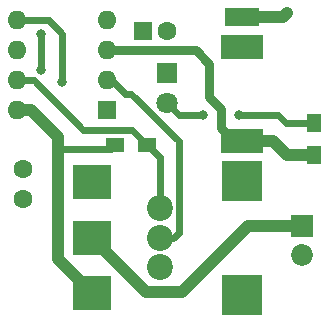
<source format=gbr>
%TF.GenerationSoftware,KiCad,Pcbnew,(5.1.9)-1*%
%TF.CreationDate,2021-03-03T01:22:35+00:00*%
%TF.ProjectId,555 Timer,35353520-5469-46d6-9572-2e6b69636164,rev?*%
%TF.SameCoordinates,Original*%
%TF.FileFunction,Copper,L1,Top*%
%TF.FilePolarity,Positive*%
%FSLAX46Y46*%
G04 Gerber Fmt 4.6, Leading zero omitted, Abs format (unit mm)*
G04 Created by KiCad (PCBNEW (5.1.9)-1) date 2021-03-03 01:22:35*
%MOMM*%
%LPD*%
G01*
G04 APERTURE LIST*
%TA.AperFunction,ComponentPad*%
%ADD10C,1.600000*%
%TD*%
%TA.AperFunction,ComponentPad*%
%ADD11R,1.600000X1.600000*%
%TD*%
%TA.AperFunction,ComponentPad*%
%ADD12C,1.850000*%
%TD*%
%TA.AperFunction,ComponentPad*%
%ADD13R,1.850000X1.850000*%
%TD*%
%TA.AperFunction,ComponentPad*%
%ADD14C,2.200000*%
%TD*%
%TA.AperFunction,ComponentPad*%
%ADD15R,3.500000X3.500000*%
%TD*%
%TA.AperFunction,ComponentPad*%
%ADD16O,1.600000X1.600000*%
%TD*%
%TA.AperFunction,SMDPad,CuDef*%
%ADD17R,1.300000X1.500000*%
%TD*%
%TA.AperFunction,SMDPad,CuDef*%
%ADD18R,1.500000X1.300000*%
%TD*%
%TA.AperFunction,ComponentPad*%
%ADD19R,3.300000X3.000000*%
%TD*%
%TA.AperFunction,SMDPad,CuDef*%
%ADD20R,3.000000X1.500000*%
%TD*%
%TA.AperFunction,ComponentPad*%
%ADD21R,3.600000X2.000000*%
%TD*%
%TA.AperFunction,ComponentPad*%
%ADD22R,1.800000X1.800000*%
%TD*%
%TA.AperFunction,ComponentPad*%
%ADD23C,1.800000*%
%TD*%
%TA.AperFunction,ViaPad*%
%ADD24C,0.800000*%
%TD*%
%TA.AperFunction,Conductor*%
%ADD25C,1.000000*%
%TD*%
%TA.AperFunction,Conductor*%
%ADD26C,0.600000*%
%TD*%
%TA.AperFunction,Conductor*%
%ADD27C,0.800000*%
%TD*%
G04 APERTURE END LIST*
D10*
%TO.P,C2,2*%
%TO.N,GND*%
X140938000Y-78994000D03*
D11*
%TO.P,C2,1*%
%TO.N,Net-(C2-Pad1)*%
X138938000Y-78994000D03*
%TD*%
D12*
%TO.P,J1,2*%
%TO.N,GND*%
X152400000Y-98004000D03*
D13*
%TO.P,J1,1*%
%TO.N,Net-(J1-Pad1)*%
X152400000Y-95504000D03*
%TD*%
D14*
%TO.P,RV1,3*%
%TO.N,Net-(RV1-Pad3)*%
X140320000Y-99020000D03*
%TO.P,RV1,2*%
%TO.N,Net-(C2-Pad1)*%
X140320000Y-96520000D03*
%TO.P,RV1,1*%
%TO.N,Net-(R1-Pad2)*%
X140320000Y-94020000D03*
D15*
%TO.P,RV1,0*%
%TO.N,N/C*%
X147320000Y-101320000D03*
X147320000Y-91720000D03*
%TD*%
D11*
%TO.P,U1,1*%
%TO.N,GND*%
X135890000Y-85725000D03*
D16*
%TO.P,U1,5*%
%TO.N,Net-(C1-Pad2)*%
X128270000Y-78105000D03*
%TO.P,U1,2*%
%TO.N,Net-(C2-Pad1)*%
X135890000Y-83185000D03*
%TO.P,U1,6*%
X128270000Y-80645000D03*
%TO.P,U1,3*%
%TO.N,Net-(J2-Pad1)*%
X135890000Y-80645000D03*
%TO.P,U1,7*%
%TO.N,Net-(R1-Pad2)*%
X128270000Y-83185000D03*
%TO.P,U1,4*%
%TO.N,+5V*%
X135890000Y-78105000D03*
%TO.P,U1,8*%
X128270000Y-85725000D03*
%TD*%
D17*
%TO.P,R2,1*%
%TO.N,Net-(J2-Pad1)*%
X153416000Y-89488000D03*
%TO.P,R2,2*%
%TO.N,Net-(D1-Pad2)*%
X153416000Y-86788000D03*
%TD*%
D18*
%TO.P,R1,1*%
%TO.N,+5V*%
X136572000Y-88646000D03*
%TO.P,R1,2*%
%TO.N,Net-(R1-Pad2)*%
X139272000Y-88646000D03*
%TD*%
D19*
%TO.P,SW1,3*%
%TO.N,Net-(SW1-Pad3)*%
X134620000Y-91820000D03*
%TO.P,SW1,2*%
%TO.N,Net-(J1-Pad1)*%
X134620000Y-96520000D03*
%TO.P,SW1,1*%
%TO.N,+5V*%
X134620000Y-101220000D03*
%TD*%
D20*
%TO.P,J2,3*%
%TO.N,GND*%
X147320000Y-77820000D03*
D21*
%TO.P,J2,2*%
%TO.N,Net-(J2-Pad2)*%
X147320000Y-80320000D03*
%TO.P,J2,1*%
%TO.N,Net-(J2-Pad1)*%
X147320000Y-88320000D03*
%TD*%
D22*
%TO.P,D1,1*%
%TO.N,GND*%
X140970000Y-82550000D03*
D23*
%TO.P,D1,2*%
%TO.N,Net-(D1-Pad2)*%
X140970000Y-85090000D03*
%TD*%
D10*
%TO.P,C1,1*%
%TO.N,GND*%
X128778000Y-93218000D03*
%TO.P,C1,2*%
%TO.N,Net-(C1-Pad2)*%
X128778000Y-90718000D03*
%TD*%
D24*
%TO.N,GND*%
X151130000Y-77470000D03*
%TO.N,Net-(D1-Pad2)*%
X147066000Y-86106000D03*
X144018016Y-86106000D03*
%TO.N,+5V*%
X130302000Y-82296000D03*
X130302000Y-79248000D03*
%TO.N,Net-(C1-Pad2)*%
X132080000Y-83312000D03*
%TD*%
D25*
%TO.N,GND*%
X150780000Y-77820000D02*
X151130000Y-77470000D01*
X147320000Y-77820000D02*
X150780000Y-77820000D01*
D26*
%TO.N,Net-(C2-Pad1)*%
X135890000Y-83224998D02*
X135890000Y-83185000D01*
X136271000Y-83185000D02*
X135890000Y-83185000D01*
X137414000Y-84328000D02*
X136271000Y-83185000D01*
X137922000Y-84328000D02*
X137414000Y-84328000D01*
X141920001Y-88326001D02*
X137922000Y-84328000D01*
X141920001Y-96077999D02*
X141920001Y-88326001D01*
X141478000Y-96520000D02*
X141920001Y-96077999D01*
X140320000Y-96520000D02*
X141478000Y-96520000D01*
%TO.N,Net-(D1-Pad2)*%
X153416000Y-86788000D02*
X151050000Y-86788000D01*
X151050000Y-86788000D02*
X150368000Y-86106000D01*
X150368000Y-86106000D02*
X147066000Y-86106000D01*
X144018000Y-86106000D02*
X144018016Y-86106000D01*
X141986000Y-86106000D02*
X140970000Y-85090000D01*
X144018016Y-86106000D02*
X141986000Y-86106000D01*
D25*
%TO.N,Net-(J1-Pad1)*%
X152400000Y-95504000D02*
X147828000Y-95504000D01*
X147828000Y-95504000D02*
X142240000Y-101092000D01*
X139192000Y-101092000D02*
X134620000Y-96520000D01*
X142240000Y-101092000D02*
X139192000Y-101092000D01*
%TO.N,Net-(J2-Pad1)*%
X147320000Y-88320000D02*
X149915000Y-88320000D01*
X151083000Y-89488000D02*
X153416000Y-89488000D01*
X149915000Y-88320000D02*
X151083000Y-89488000D01*
D26*
X147248000Y-88320000D02*
X147320000Y-88320000D01*
D27*
X143383000Y-80645000D02*
X135890000Y-80645000D01*
X144526000Y-81788000D02*
X143383000Y-80645000D01*
X144526000Y-84582000D02*
X144526000Y-81788000D01*
X145542000Y-85598000D02*
X144526000Y-84582000D01*
X145542000Y-87213000D02*
X145542000Y-85598000D01*
X146649000Y-88320000D02*
X145542000Y-87213000D01*
X147320000Y-88320000D02*
X146649000Y-88320000D01*
D25*
%TO.N,+5V*%
X128270000Y-85725000D02*
X129413000Y-85725000D01*
D26*
X130302000Y-82296000D02*
X130302000Y-79248000D01*
D25*
X134620000Y-101220000D02*
X131699000Y-98299000D01*
X129413000Y-85725000D02*
X131699000Y-88011000D01*
X131699000Y-98299000D02*
X131699000Y-89027000D01*
X131699000Y-89027000D02*
X131699000Y-88011000D01*
D26*
X136191000Y-89027000D02*
X136572000Y-88646000D01*
X131699000Y-89027000D02*
X136191000Y-89027000D01*
%TO.N,Net-(R1-Pad2)*%
X129159000Y-83185000D02*
X128270000Y-83185000D01*
X140320000Y-89694000D02*
X139272000Y-88646000D01*
X140320000Y-94020000D02*
X140320000Y-89694000D01*
X139272000Y-88646000D02*
X138002000Y-87376000D01*
X138002000Y-87376000D02*
X133858000Y-87376000D01*
X129667000Y-83185000D02*
X128270000Y-83185000D01*
X133858000Y-87376000D02*
X129667000Y-83185000D01*
%TO.N,Net-(C1-Pad2)*%
X132080000Y-83312000D02*
X132080000Y-79248000D01*
X130937000Y-78105000D02*
X128270000Y-78105000D01*
X132080000Y-79248000D02*
X130937000Y-78105000D01*
%TD*%
M02*

</source>
